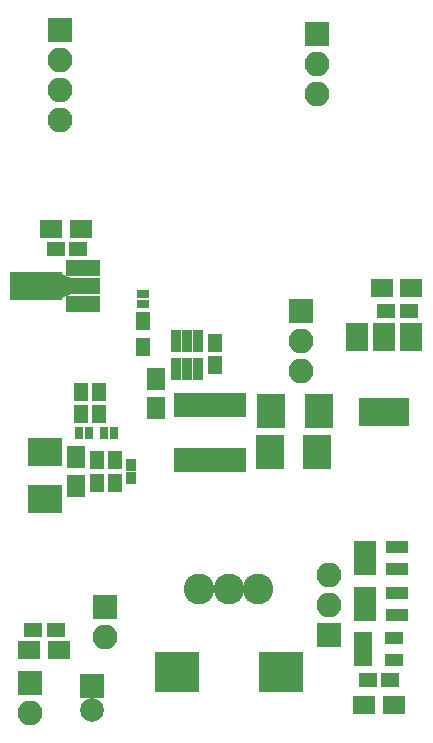
<source format=gbr>
G04 #@! TF.FileFunction,Soldermask,Bot*
%FSLAX46Y46*%
G04 Gerber Fmt 4.6, Leading zero omitted, Abs format (unit mm)*
G04 Created by KiCad (PCBNEW 4.0.7) date Sun Apr 15 17:53:05 2018*
%MOMM*%
%LPD*%
G01*
G04 APERTURE LIST*
%ADD10C,0.100000*%
%ADD11R,2.900000X2.400000*%
%ADD12R,1.650000X1.900000*%
%ADD13R,1.150000X1.600000*%
%ADD14R,1.900000X1.650000*%
%ADD15R,1.600000X1.150000*%
%ADD16R,2.400000X2.900000*%
%ADD17R,2.000000X2.000000*%
%ADD18C,2.000000*%
%ADD19R,2.100000X2.100000*%
%ADD20O,2.100000X2.100000*%
%ADD21R,0.900000X1.000000*%
%ADD22R,6.100000X2.000000*%
%ADD23R,0.800000X1.000000*%
%ADD24R,1.000000X0.800000*%
%ADD25R,1.300000X1.600000*%
%ADD26C,2.600000*%
%ADD27R,3.700000X3.400000*%
%ADD28R,1.960000X1.050000*%
%ADD29R,1.620000X1.000000*%
%ADD30R,2.900000X1.400000*%
%ADD31R,4.400000X2.400000*%
%ADD32R,0.900000X1.873000*%
%ADD33R,4.200000X2.400000*%
%ADD34R,1.900000X2.400000*%
G04 APERTURE END LIST*
D10*
D11*
X104950000Y-140300000D03*
X104950000Y-144300000D03*
D12*
X107650000Y-140700000D03*
X107650000Y-143200000D03*
D13*
X109350000Y-141000000D03*
X109350000Y-142900000D03*
X110950000Y-141000000D03*
X110950000Y-142900000D03*
X108050000Y-137100000D03*
X108050000Y-135200000D03*
X109550000Y-137100000D03*
X109550000Y-135200000D03*
D14*
X134500000Y-161700000D03*
X132000000Y-161700000D03*
D15*
X134200000Y-159600000D03*
X132300000Y-159600000D03*
D13*
X119400000Y-131050000D03*
X119400000Y-132950000D03*
D14*
X108000000Y-121400000D03*
X105500000Y-121400000D03*
D15*
X107800000Y-123100000D03*
X105900000Y-123100000D03*
D16*
X124000000Y-140300000D03*
X128000000Y-140300000D03*
X124150000Y-136850000D03*
X128150000Y-136850000D03*
D14*
X136000000Y-126400000D03*
X133500000Y-126400000D03*
D15*
X135800000Y-128350000D03*
X133900000Y-128350000D03*
D12*
X114400000Y-134100000D03*
X114400000Y-136600000D03*
D15*
X104000000Y-155400000D03*
X105900000Y-155400000D03*
D17*
X108950000Y-160150000D03*
D18*
X108950000Y-162150000D03*
D14*
X103650000Y-157100000D03*
X106150000Y-157100000D03*
D19*
X106250000Y-104580000D03*
D20*
X106250000Y-107120000D03*
X106250000Y-109660000D03*
X106250000Y-112200000D03*
D19*
X110050000Y-153460000D03*
D20*
X110050000Y-156000000D03*
D19*
X103700000Y-159860000D03*
D20*
X103700000Y-162400000D03*
D21*
X112250000Y-142550000D03*
X112250000Y-141450000D03*
D22*
X118950000Y-141000000D03*
X118950000Y-136300000D03*
D23*
X110850000Y-138700000D03*
X109950000Y-138700000D03*
X108750000Y-138700000D03*
X107850000Y-138700000D03*
D24*
X113300000Y-126900000D03*
X113300000Y-127800000D03*
D25*
X113300000Y-129200000D03*
X113300000Y-131400000D03*
D26*
X120550000Y-151900000D03*
X118050000Y-151900000D03*
X123050000Y-151900000D03*
D27*
X124950000Y-158900000D03*
X116150000Y-158900000D03*
D28*
X132050000Y-154150000D03*
X132050000Y-153200000D03*
X132050000Y-152250000D03*
X134750000Y-152250000D03*
X134750000Y-154150000D03*
X132050000Y-150250000D03*
X132050000Y-149300000D03*
X132050000Y-148350000D03*
X134750000Y-148350000D03*
X134750000Y-150250000D03*
D29*
X131940000Y-157000000D03*
X131940000Y-157950000D03*
X131940000Y-156050000D03*
X134560000Y-157950000D03*
X134560000Y-156050000D03*
D30*
X108210000Y-124750000D03*
X108210000Y-126250000D03*
X108210000Y-127750000D03*
D31*
X104250000Y-126250000D03*
D10*
G36*
X107175000Y-126950000D02*
X106025000Y-127450000D01*
X106025000Y-125050000D01*
X107175000Y-125550000D01*
X107175000Y-126950000D01*
X107175000Y-126950000D01*
G37*
D32*
X117000000Y-133262000D03*
X117000000Y-130900000D03*
X116050000Y-130900000D03*
X117950000Y-130900000D03*
X117950000Y-133262000D03*
X116050000Y-133262000D03*
D33*
X133700000Y-136900000D03*
D34*
X133700000Y-130600000D03*
X136000000Y-130600000D03*
X131400000Y-130600000D03*
D19*
X128050000Y-104960000D03*
D20*
X128050000Y-107500000D03*
X128050000Y-110040000D03*
D19*
X126644400Y-128333500D03*
D20*
X126644400Y-130873500D03*
X126644400Y-133413500D03*
D19*
X128993900Y-155790900D03*
D20*
X128993900Y-153250900D03*
X128993900Y-150710900D03*
M02*

</source>
